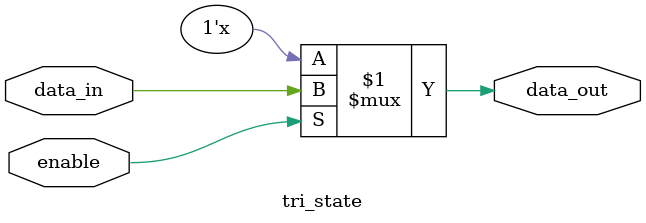
<source format=sv>
module tri_state(
    input data_in, enable,
    output tri data_out
);
    assign data_out = enable ? data_in : 1'bz;
endmodule
</source>
